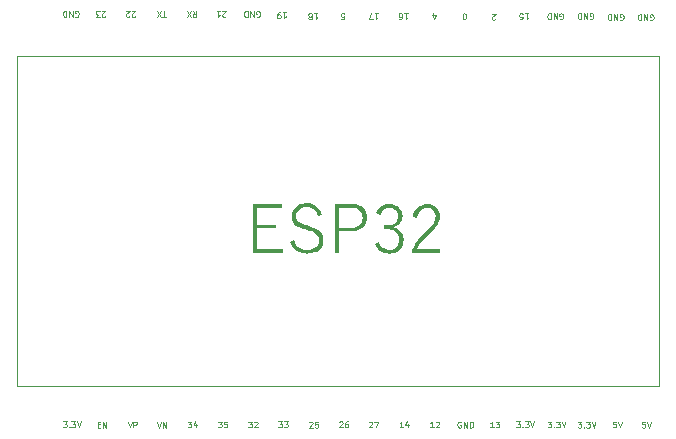
<source format=gbr>
%TF.GenerationSoftware,KiCad,Pcbnew,8.0.2*%
%TF.CreationDate,2024-09-05T16:45:02+09:00*%
%TF.ProjectId,ESP32_PCB,45535033-325f-4504-9342-2e6b69636164,rev?*%
%TF.SameCoordinates,Original*%
%TF.FileFunction,Legend,Top*%
%TF.FilePolarity,Positive*%
%FSLAX46Y46*%
G04 Gerber Fmt 4.6, Leading zero omitted, Abs format (unit mm)*
G04 Created by KiCad (PCBNEW 8.0.2) date 2024-09-05 16:45:02*
%MOMM*%
%LPD*%
G01*
G04 APERTURE LIST*
%ADD10C,0.100000*%
%ADD11C,0.125000*%
%ADD12C,1.000000*%
G04 APERTURE END LIST*
D10*
X65000000Y-65000000D02*
X119400000Y-65000000D01*
X119400000Y-92900000D01*
X65000000Y-92900000D01*
X65000000Y-65000000D01*
D11*
X90176811Y-61347690D02*
X90462525Y-61347690D01*
X90319668Y-61347690D02*
X90319668Y-61847690D01*
X90319668Y-61847690D02*
X90367287Y-61776261D01*
X90367287Y-61776261D02*
X90414906Y-61728642D01*
X90414906Y-61728642D02*
X90462525Y-61704833D01*
X89891097Y-61633404D02*
X89938716Y-61657214D01*
X89938716Y-61657214D02*
X89962526Y-61681023D01*
X89962526Y-61681023D02*
X89986335Y-61728642D01*
X89986335Y-61728642D02*
X89986335Y-61752452D01*
X89986335Y-61752452D02*
X89962526Y-61800071D01*
X89962526Y-61800071D02*
X89938716Y-61823880D01*
X89938716Y-61823880D02*
X89891097Y-61847690D01*
X89891097Y-61847690D02*
X89795859Y-61847690D01*
X89795859Y-61847690D02*
X89748240Y-61823880D01*
X89748240Y-61823880D02*
X89724431Y-61800071D01*
X89724431Y-61800071D02*
X89700621Y-61752452D01*
X89700621Y-61752452D02*
X89700621Y-61728642D01*
X89700621Y-61728642D02*
X89724431Y-61681023D01*
X89724431Y-61681023D02*
X89748240Y-61657214D01*
X89748240Y-61657214D02*
X89795859Y-61633404D01*
X89795859Y-61633404D02*
X89891097Y-61633404D01*
X89891097Y-61633404D02*
X89938716Y-61609595D01*
X89938716Y-61609595D02*
X89962526Y-61585785D01*
X89962526Y-61585785D02*
X89986335Y-61538166D01*
X89986335Y-61538166D02*
X89986335Y-61442928D01*
X89986335Y-61442928D02*
X89962526Y-61395309D01*
X89962526Y-61395309D02*
X89938716Y-61371500D01*
X89938716Y-61371500D02*
X89891097Y-61347690D01*
X89891097Y-61347690D02*
X89795859Y-61347690D01*
X89795859Y-61347690D02*
X89748240Y-61371500D01*
X89748240Y-61371500D02*
X89724431Y-61395309D01*
X89724431Y-61395309D02*
X89700621Y-61442928D01*
X89700621Y-61442928D02*
X89700621Y-61538166D01*
X89700621Y-61538166D02*
X89724431Y-61585785D01*
X89724431Y-61585785D02*
X89748240Y-61609595D01*
X89748240Y-61609595D02*
X89795859Y-61633404D01*
X82692525Y-61610071D02*
X82668716Y-61633880D01*
X82668716Y-61633880D02*
X82621097Y-61657690D01*
X82621097Y-61657690D02*
X82502049Y-61657690D01*
X82502049Y-61657690D02*
X82454430Y-61633880D01*
X82454430Y-61633880D02*
X82430621Y-61610071D01*
X82430621Y-61610071D02*
X82406811Y-61562452D01*
X82406811Y-61562452D02*
X82406811Y-61514833D01*
X82406811Y-61514833D02*
X82430621Y-61443404D01*
X82430621Y-61443404D02*
X82716335Y-61157690D01*
X82716335Y-61157690D02*
X82406811Y-61157690D01*
X81930621Y-61157690D02*
X82216335Y-61157690D01*
X82073478Y-61157690D02*
X82073478Y-61657690D01*
X82073478Y-61657690D02*
X82121097Y-61586261D01*
X82121097Y-61586261D02*
X82168716Y-61538642D01*
X82168716Y-61538642D02*
X82216335Y-61514833D01*
X95296811Y-61347690D02*
X95582525Y-61347690D01*
X95439668Y-61347690D02*
X95439668Y-61847690D01*
X95439668Y-61847690D02*
X95487287Y-61776261D01*
X95487287Y-61776261D02*
X95534906Y-61728642D01*
X95534906Y-61728642D02*
X95582525Y-61704833D01*
X95130145Y-61847690D02*
X94796812Y-61847690D01*
X94796812Y-61847690D02*
X95011097Y-61347690D01*
X107313664Y-95912309D02*
X107623188Y-95912309D01*
X107623188Y-95912309D02*
X107456521Y-96102785D01*
X107456521Y-96102785D02*
X107527950Y-96102785D01*
X107527950Y-96102785D02*
X107575569Y-96126595D01*
X107575569Y-96126595D02*
X107599378Y-96150404D01*
X107599378Y-96150404D02*
X107623188Y-96198023D01*
X107623188Y-96198023D02*
X107623188Y-96317071D01*
X107623188Y-96317071D02*
X107599378Y-96364690D01*
X107599378Y-96364690D02*
X107575569Y-96388500D01*
X107575569Y-96388500D02*
X107527950Y-96412309D01*
X107527950Y-96412309D02*
X107385093Y-96412309D01*
X107385093Y-96412309D02*
X107337474Y-96388500D01*
X107337474Y-96388500D02*
X107313664Y-96364690D01*
X107837473Y-96364690D02*
X107861283Y-96388500D01*
X107861283Y-96388500D02*
X107837473Y-96412309D01*
X107837473Y-96412309D02*
X107813664Y-96388500D01*
X107813664Y-96388500D02*
X107837473Y-96364690D01*
X107837473Y-96364690D02*
X107837473Y-96412309D01*
X108027949Y-95912309D02*
X108337473Y-95912309D01*
X108337473Y-95912309D02*
X108170806Y-96102785D01*
X108170806Y-96102785D02*
X108242235Y-96102785D01*
X108242235Y-96102785D02*
X108289854Y-96126595D01*
X108289854Y-96126595D02*
X108313663Y-96150404D01*
X108313663Y-96150404D02*
X108337473Y-96198023D01*
X108337473Y-96198023D02*
X108337473Y-96317071D01*
X108337473Y-96317071D02*
X108313663Y-96364690D01*
X108313663Y-96364690D02*
X108289854Y-96388500D01*
X108289854Y-96388500D02*
X108242235Y-96412309D01*
X108242235Y-96412309D02*
X108099378Y-96412309D01*
X108099378Y-96412309D02*
X108051759Y-96388500D01*
X108051759Y-96388500D02*
X108027949Y-96364690D01*
X108480330Y-95912309D02*
X108646996Y-96412309D01*
X108646996Y-96412309D02*
X108813663Y-95912309D01*
X89777474Y-95989928D02*
X89801283Y-95966119D01*
X89801283Y-95966119D02*
X89848902Y-95942309D01*
X89848902Y-95942309D02*
X89967950Y-95942309D01*
X89967950Y-95942309D02*
X90015569Y-95966119D01*
X90015569Y-95966119D02*
X90039378Y-95989928D01*
X90039378Y-95989928D02*
X90063188Y-96037547D01*
X90063188Y-96037547D02*
X90063188Y-96085166D01*
X90063188Y-96085166D02*
X90039378Y-96156595D01*
X90039378Y-96156595D02*
X89753664Y-96442309D01*
X89753664Y-96442309D02*
X90063188Y-96442309D01*
X90515568Y-95942309D02*
X90277473Y-95942309D01*
X90277473Y-95942309D02*
X90253664Y-96180404D01*
X90253664Y-96180404D02*
X90277473Y-96156595D01*
X90277473Y-96156595D02*
X90325092Y-96132785D01*
X90325092Y-96132785D02*
X90444140Y-96132785D01*
X90444140Y-96132785D02*
X90491759Y-96156595D01*
X90491759Y-96156595D02*
X90515568Y-96180404D01*
X90515568Y-96180404D02*
X90539378Y-96228023D01*
X90539378Y-96228023D02*
X90539378Y-96347071D01*
X90539378Y-96347071D02*
X90515568Y-96394690D01*
X90515568Y-96394690D02*
X90491759Y-96418500D01*
X90491759Y-96418500D02*
X90444140Y-96442309D01*
X90444140Y-96442309D02*
X90325092Y-96442309D01*
X90325092Y-96442309D02*
X90277473Y-96418500D01*
X90277473Y-96418500D02*
X90253664Y-96394690D01*
X105522525Y-61840071D02*
X105498716Y-61863880D01*
X105498716Y-61863880D02*
X105451097Y-61887690D01*
X105451097Y-61887690D02*
X105332049Y-61887690D01*
X105332049Y-61887690D02*
X105284430Y-61863880D01*
X105284430Y-61863880D02*
X105260621Y-61840071D01*
X105260621Y-61840071D02*
X105236811Y-61792452D01*
X105236811Y-61792452D02*
X105236811Y-61744833D01*
X105236811Y-61744833D02*
X105260621Y-61673404D01*
X105260621Y-61673404D02*
X105546335Y-61387690D01*
X105546335Y-61387690D02*
X105236811Y-61387690D01*
X105393188Y-96422309D02*
X105107474Y-96422309D01*
X105250331Y-96422309D02*
X105250331Y-95922309D01*
X105250331Y-95922309D02*
X105202712Y-95993738D01*
X105202712Y-95993738D02*
X105155093Y-96041357D01*
X105155093Y-96041357D02*
X105107474Y-96065166D01*
X105559854Y-95922309D02*
X105869378Y-95922309D01*
X105869378Y-95922309D02*
X105702711Y-96112785D01*
X105702711Y-96112785D02*
X105774140Y-96112785D01*
X105774140Y-96112785D02*
X105821759Y-96136595D01*
X105821759Y-96136595D02*
X105845568Y-96160404D01*
X105845568Y-96160404D02*
X105869378Y-96208023D01*
X105869378Y-96208023D02*
X105869378Y-96327071D01*
X105869378Y-96327071D02*
X105845568Y-96374690D01*
X105845568Y-96374690D02*
X105821759Y-96398500D01*
X105821759Y-96398500D02*
X105774140Y-96422309D01*
X105774140Y-96422309D02*
X105631283Y-96422309D01*
X105631283Y-96422309D02*
X105583664Y-96398500D01*
X105583664Y-96398500D02*
X105559854Y-96374690D01*
X97723188Y-96422309D02*
X97437474Y-96422309D01*
X97580331Y-96422309D02*
X97580331Y-95922309D01*
X97580331Y-95922309D02*
X97532712Y-95993738D01*
X97532712Y-95993738D02*
X97485093Y-96041357D01*
X97485093Y-96041357D02*
X97437474Y-96065166D01*
X98151759Y-96088976D02*
X98151759Y-96422309D01*
X98032711Y-95898500D02*
X97913664Y-96255642D01*
X97913664Y-96255642D02*
X98223187Y-96255642D01*
X102603188Y-95956119D02*
X102555569Y-95932309D01*
X102555569Y-95932309D02*
X102484140Y-95932309D01*
X102484140Y-95932309D02*
X102412712Y-95956119D01*
X102412712Y-95956119D02*
X102365093Y-96003738D01*
X102365093Y-96003738D02*
X102341283Y-96051357D01*
X102341283Y-96051357D02*
X102317474Y-96146595D01*
X102317474Y-96146595D02*
X102317474Y-96218023D01*
X102317474Y-96218023D02*
X102341283Y-96313261D01*
X102341283Y-96313261D02*
X102365093Y-96360880D01*
X102365093Y-96360880D02*
X102412712Y-96408500D01*
X102412712Y-96408500D02*
X102484140Y-96432309D01*
X102484140Y-96432309D02*
X102531759Y-96432309D01*
X102531759Y-96432309D02*
X102603188Y-96408500D01*
X102603188Y-96408500D02*
X102626997Y-96384690D01*
X102626997Y-96384690D02*
X102626997Y-96218023D01*
X102626997Y-96218023D02*
X102531759Y-96218023D01*
X102841283Y-96432309D02*
X102841283Y-95932309D01*
X102841283Y-95932309D02*
X103126997Y-96432309D01*
X103126997Y-96432309D02*
X103126997Y-95932309D01*
X103365093Y-96432309D02*
X103365093Y-95932309D01*
X103365093Y-95932309D02*
X103484141Y-95932309D01*
X103484141Y-95932309D02*
X103555569Y-95956119D01*
X103555569Y-95956119D02*
X103603188Y-96003738D01*
X103603188Y-96003738D02*
X103626998Y-96051357D01*
X103626998Y-96051357D02*
X103650807Y-96146595D01*
X103650807Y-96146595D02*
X103650807Y-96218023D01*
X103650807Y-96218023D02*
X103626998Y-96313261D01*
X103626998Y-96313261D02*
X103603188Y-96360880D01*
X103603188Y-96360880D02*
X103555569Y-96408500D01*
X103555569Y-96408500D02*
X103484141Y-96432309D01*
X103484141Y-96432309D02*
X103365093Y-96432309D01*
X68923664Y-95912309D02*
X69233188Y-95912309D01*
X69233188Y-95912309D02*
X69066521Y-96102785D01*
X69066521Y-96102785D02*
X69137950Y-96102785D01*
X69137950Y-96102785D02*
X69185569Y-96126595D01*
X69185569Y-96126595D02*
X69209378Y-96150404D01*
X69209378Y-96150404D02*
X69233188Y-96198023D01*
X69233188Y-96198023D02*
X69233188Y-96317071D01*
X69233188Y-96317071D02*
X69209378Y-96364690D01*
X69209378Y-96364690D02*
X69185569Y-96388500D01*
X69185569Y-96388500D02*
X69137950Y-96412309D01*
X69137950Y-96412309D02*
X68995093Y-96412309D01*
X68995093Y-96412309D02*
X68947474Y-96388500D01*
X68947474Y-96388500D02*
X68923664Y-96364690D01*
X69447473Y-96364690D02*
X69471283Y-96388500D01*
X69471283Y-96388500D02*
X69447473Y-96412309D01*
X69447473Y-96412309D02*
X69423664Y-96388500D01*
X69423664Y-96388500D02*
X69447473Y-96364690D01*
X69447473Y-96364690D02*
X69447473Y-96412309D01*
X69637949Y-95912309D02*
X69947473Y-95912309D01*
X69947473Y-95912309D02*
X69780806Y-96102785D01*
X69780806Y-96102785D02*
X69852235Y-96102785D01*
X69852235Y-96102785D02*
X69899854Y-96126595D01*
X69899854Y-96126595D02*
X69923663Y-96150404D01*
X69923663Y-96150404D02*
X69947473Y-96198023D01*
X69947473Y-96198023D02*
X69947473Y-96317071D01*
X69947473Y-96317071D02*
X69923663Y-96364690D01*
X69923663Y-96364690D02*
X69899854Y-96388500D01*
X69899854Y-96388500D02*
X69852235Y-96412309D01*
X69852235Y-96412309D02*
X69709378Y-96412309D01*
X69709378Y-96412309D02*
X69661759Y-96388500D01*
X69661759Y-96388500D02*
X69637949Y-96364690D01*
X70090330Y-95912309D02*
X70256996Y-96412309D01*
X70256996Y-96412309D02*
X70423663Y-95912309D01*
X118636811Y-61913880D02*
X118684430Y-61937690D01*
X118684430Y-61937690D02*
X118755859Y-61937690D01*
X118755859Y-61937690D02*
X118827287Y-61913880D01*
X118827287Y-61913880D02*
X118874906Y-61866261D01*
X118874906Y-61866261D02*
X118898716Y-61818642D01*
X118898716Y-61818642D02*
X118922525Y-61723404D01*
X118922525Y-61723404D02*
X118922525Y-61651976D01*
X118922525Y-61651976D02*
X118898716Y-61556738D01*
X118898716Y-61556738D02*
X118874906Y-61509119D01*
X118874906Y-61509119D02*
X118827287Y-61461500D01*
X118827287Y-61461500D02*
X118755859Y-61437690D01*
X118755859Y-61437690D02*
X118708240Y-61437690D01*
X118708240Y-61437690D02*
X118636811Y-61461500D01*
X118636811Y-61461500D02*
X118613002Y-61485309D01*
X118613002Y-61485309D02*
X118613002Y-61651976D01*
X118613002Y-61651976D02*
X118708240Y-61651976D01*
X118398716Y-61437690D02*
X118398716Y-61937690D01*
X118398716Y-61937690D02*
X118113002Y-61437690D01*
X118113002Y-61437690D02*
X118113002Y-61937690D01*
X117874906Y-61437690D02*
X117874906Y-61937690D01*
X117874906Y-61937690D02*
X117755858Y-61937690D01*
X117755858Y-61937690D02*
X117684430Y-61913880D01*
X117684430Y-61913880D02*
X117636811Y-61866261D01*
X117636811Y-61866261D02*
X117613001Y-61818642D01*
X117613001Y-61818642D02*
X117589192Y-61723404D01*
X117589192Y-61723404D02*
X117589192Y-61651976D01*
X117589192Y-61651976D02*
X117613001Y-61556738D01*
X117613001Y-61556738D02*
X117636811Y-61509119D01*
X117636811Y-61509119D02*
X117684430Y-61461500D01*
X117684430Y-61461500D02*
X117755858Y-61437690D01*
X117755858Y-61437690D02*
X117874906Y-61437690D01*
X110976811Y-61833880D02*
X111024430Y-61857690D01*
X111024430Y-61857690D02*
X111095859Y-61857690D01*
X111095859Y-61857690D02*
X111167287Y-61833880D01*
X111167287Y-61833880D02*
X111214906Y-61786261D01*
X111214906Y-61786261D02*
X111238716Y-61738642D01*
X111238716Y-61738642D02*
X111262525Y-61643404D01*
X111262525Y-61643404D02*
X111262525Y-61571976D01*
X111262525Y-61571976D02*
X111238716Y-61476738D01*
X111238716Y-61476738D02*
X111214906Y-61429119D01*
X111214906Y-61429119D02*
X111167287Y-61381500D01*
X111167287Y-61381500D02*
X111095859Y-61357690D01*
X111095859Y-61357690D02*
X111048240Y-61357690D01*
X111048240Y-61357690D02*
X110976811Y-61381500D01*
X110976811Y-61381500D02*
X110953002Y-61405309D01*
X110953002Y-61405309D02*
X110953002Y-61571976D01*
X110953002Y-61571976D02*
X111048240Y-61571976D01*
X110738716Y-61357690D02*
X110738716Y-61857690D01*
X110738716Y-61857690D02*
X110453002Y-61357690D01*
X110453002Y-61357690D02*
X110453002Y-61857690D01*
X110214906Y-61357690D02*
X110214906Y-61857690D01*
X110214906Y-61857690D02*
X110095858Y-61857690D01*
X110095858Y-61857690D02*
X110024430Y-61833880D01*
X110024430Y-61833880D02*
X109976811Y-61786261D01*
X109976811Y-61786261D02*
X109953001Y-61738642D01*
X109953001Y-61738642D02*
X109929192Y-61643404D01*
X109929192Y-61643404D02*
X109929192Y-61571976D01*
X109929192Y-61571976D02*
X109953001Y-61476738D01*
X109953001Y-61476738D02*
X109976811Y-61429119D01*
X109976811Y-61429119D02*
X110024430Y-61381500D01*
X110024430Y-61381500D02*
X110095858Y-61357690D01*
X110095858Y-61357690D02*
X110214906Y-61357690D01*
X100254430Y-61691023D02*
X100254430Y-61357690D01*
X100373478Y-61881500D02*
X100492525Y-61524357D01*
X100492525Y-61524357D02*
X100183002Y-61524357D01*
X115709378Y-95922309D02*
X115471283Y-95922309D01*
X115471283Y-95922309D02*
X115447474Y-96160404D01*
X115447474Y-96160404D02*
X115471283Y-96136595D01*
X115471283Y-96136595D02*
X115518902Y-96112785D01*
X115518902Y-96112785D02*
X115637950Y-96112785D01*
X115637950Y-96112785D02*
X115685569Y-96136595D01*
X115685569Y-96136595D02*
X115709378Y-96160404D01*
X115709378Y-96160404D02*
X115733188Y-96208023D01*
X115733188Y-96208023D02*
X115733188Y-96327071D01*
X115733188Y-96327071D02*
X115709378Y-96374690D01*
X115709378Y-96374690D02*
X115685569Y-96398500D01*
X115685569Y-96398500D02*
X115637950Y-96422309D01*
X115637950Y-96422309D02*
X115518902Y-96422309D01*
X115518902Y-96422309D02*
X115471283Y-96398500D01*
X115471283Y-96398500D02*
X115447474Y-96374690D01*
X115876045Y-95922309D02*
X116042711Y-96422309D01*
X116042711Y-96422309D02*
X116209378Y-95922309D01*
X102913478Y-61857690D02*
X102865859Y-61857690D01*
X102865859Y-61857690D02*
X102818240Y-61833880D01*
X102818240Y-61833880D02*
X102794430Y-61810071D01*
X102794430Y-61810071D02*
X102770621Y-61762452D01*
X102770621Y-61762452D02*
X102746811Y-61667214D01*
X102746811Y-61667214D02*
X102746811Y-61548166D01*
X102746811Y-61548166D02*
X102770621Y-61452928D01*
X102770621Y-61452928D02*
X102794430Y-61405309D01*
X102794430Y-61405309D02*
X102818240Y-61381500D01*
X102818240Y-61381500D02*
X102865859Y-61357690D01*
X102865859Y-61357690D02*
X102913478Y-61357690D01*
X102913478Y-61357690D02*
X102961097Y-61381500D01*
X102961097Y-61381500D02*
X102984906Y-61405309D01*
X102984906Y-61405309D02*
X103008716Y-61452928D01*
X103008716Y-61452928D02*
X103032525Y-61548166D01*
X103032525Y-61548166D02*
X103032525Y-61667214D01*
X103032525Y-61667214D02*
X103008716Y-61762452D01*
X103008716Y-61762452D02*
X102984906Y-61810071D01*
X102984906Y-61810071D02*
X102961097Y-61833880D01*
X102961097Y-61833880D02*
X102913478Y-61857690D01*
X100293188Y-96422309D02*
X100007474Y-96422309D01*
X100150331Y-96422309D02*
X100150331Y-95922309D01*
X100150331Y-95922309D02*
X100102712Y-95993738D01*
X100102712Y-95993738D02*
X100055093Y-96041357D01*
X100055093Y-96041357D02*
X100007474Y-96065166D01*
X100483664Y-95969928D02*
X100507473Y-95946119D01*
X100507473Y-95946119D02*
X100555092Y-95922309D01*
X100555092Y-95922309D02*
X100674140Y-95922309D01*
X100674140Y-95922309D02*
X100721759Y-95946119D01*
X100721759Y-95946119D02*
X100745568Y-95969928D01*
X100745568Y-95969928D02*
X100769378Y-96017547D01*
X100769378Y-96017547D02*
X100769378Y-96065166D01*
X100769378Y-96065166D02*
X100745568Y-96136595D01*
X100745568Y-96136595D02*
X100459854Y-96422309D01*
X100459854Y-96422309D02*
X100769378Y-96422309D01*
X71851283Y-96170404D02*
X72017950Y-96170404D01*
X72089378Y-96432309D02*
X71851283Y-96432309D01*
X71851283Y-96432309D02*
X71851283Y-95932309D01*
X71851283Y-95932309D02*
X72089378Y-95932309D01*
X72303664Y-96432309D02*
X72303664Y-95932309D01*
X72303664Y-95932309D02*
X72589378Y-96432309D01*
X72589378Y-96432309D02*
X72589378Y-95932309D01*
X87153664Y-95912309D02*
X87463188Y-95912309D01*
X87463188Y-95912309D02*
X87296521Y-96102785D01*
X87296521Y-96102785D02*
X87367950Y-96102785D01*
X87367950Y-96102785D02*
X87415569Y-96126595D01*
X87415569Y-96126595D02*
X87439378Y-96150404D01*
X87439378Y-96150404D02*
X87463188Y-96198023D01*
X87463188Y-96198023D02*
X87463188Y-96317071D01*
X87463188Y-96317071D02*
X87439378Y-96364690D01*
X87439378Y-96364690D02*
X87415569Y-96388500D01*
X87415569Y-96388500D02*
X87367950Y-96412309D01*
X87367950Y-96412309D02*
X87225093Y-96412309D01*
X87225093Y-96412309D02*
X87177474Y-96388500D01*
X87177474Y-96388500D02*
X87153664Y-96364690D01*
X87629854Y-95912309D02*
X87939378Y-95912309D01*
X87939378Y-95912309D02*
X87772711Y-96102785D01*
X87772711Y-96102785D02*
X87844140Y-96102785D01*
X87844140Y-96102785D02*
X87891759Y-96126595D01*
X87891759Y-96126595D02*
X87915568Y-96150404D01*
X87915568Y-96150404D02*
X87939378Y-96198023D01*
X87939378Y-96198023D02*
X87939378Y-96317071D01*
X87939378Y-96317071D02*
X87915568Y-96364690D01*
X87915568Y-96364690D02*
X87891759Y-96388500D01*
X87891759Y-96388500D02*
X87844140Y-96412309D01*
X87844140Y-96412309D02*
X87701283Y-96412309D01*
X87701283Y-96412309D02*
X87653664Y-96388500D01*
X87653664Y-96388500D02*
X87629854Y-96364690D01*
X87526811Y-61267690D02*
X87812525Y-61267690D01*
X87669668Y-61267690D02*
X87669668Y-61767690D01*
X87669668Y-61767690D02*
X87717287Y-61696261D01*
X87717287Y-61696261D02*
X87764906Y-61648642D01*
X87764906Y-61648642D02*
X87812525Y-61624833D01*
X87288716Y-61267690D02*
X87193478Y-61267690D01*
X87193478Y-61267690D02*
X87145859Y-61291500D01*
X87145859Y-61291500D02*
X87122050Y-61315309D01*
X87122050Y-61315309D02*
X87074431Y-61386738D01*
X87074431Y-61386738D02*
X87050621Y-61481976D01*
X87050621Y-61481976D02*
X87050621Y-61672452D01*
X87050621Y-61672452D02*
X87074431Y-61720071D01*
X87074431Y-61720071D02*
X87098240Y-61743880D01*
X87098240Y-61743880D02*
X87145859Y-61767690D01*
X87145859Y-61767690D02*
X87241097Y-61767690D01*
X87241097Y-61767690D02*
X87288716Y-61743880D01*
X87288716Y-61743880D02*
X87312526Y-61720071D01*
X87312526Y-61720071D02*
X87336335Y-61672452D01*
X87336335Y-61672452D02*
X87336335Y-61553404D01*
X87336335Y-61553404D02*
X87312526Y-61505785D01*
X87312526Y-61505785D02*
X87288716Y-61481976D01*
X87288716Y-61481976D02*
X87241097Y-61458166D01*
X87241097Y-61458166D02*
X87145859Y-61458166D01*
X87145859Y-61458166D02*
X87098240Y-61481976D01*
X87098240Y-61481976D02*
X87074431Y-61505785D01*
X87074431Y-61505785D02*
X87050621Y-61553404D01*
X109963664Y-95922309D02*
X110273188Y-95922309D01*
X110273188Y-95922309D02*
X110106521Y-96112785D01*
X110106521Y-96112785D02*
X110177950Y-96112785D01*
X110177950Y-96112785D02*
X110225569Y-96136595D01*
X110225569Y-96136595D02*
X110249378Y-96160404D01*
X110249378Y-96160404D02*
X110273188Y-96208023D01*
X110273188Y-96208023D02*
X110273188Y-96327071D01*
X110273188Y-96327071D02*
X110249378Y-96374690D01*
X110249378Y-96374690D02*
X110225569Y-96398500D01*
X110225569Y-96398500D02*
X110177950Y-96422309D01*
X110177950Y-96422309D02*
X110035093Y-96422309D01*
X110035093Y-96422309D02*
X109987474Y-96398500D01*
X109987474Y-96398500D02*
X109963664Y-96374690D01*
X110487473Y-96374690D02*
X110511283Y-96398500D01*
X110511283Y-96398500D02*
X110487473Y-96422309D01*
X110487473Y-96422309D02*
X110463664Y-96398500D01*
X110463664Y-96398500D02*
X110487473Y-96374690D01*
X110487473Y-96374690D02*
X110487473Y-96422309D01*
X110677949Y-95922309D02*
X110987473Y-95922309D01*
X110987473Y-95922309D02*
X110820806Y-96112785D01*
X110820806Y-96112785D02*
X110892235Y-96112785D01*
X110892235Y-96112785D02*
X110939854Y-96136595D01*
X110939854Y-96136595D02*
X110963663Y-96160404D01*
X110963663Y-96160404D02*
X110987473Y-96208023D01*
X110987473Y-96208023D02*
X110987473Y-96327071D01*
X110987473Y-96327071D02*
X110963663Y-96374690D01*
X110963663Y-96374690D02*
X110939854Y-96398500D01*
X110939854Y-96398500D02*
X110892235Y-96422309D01*
X110892235Y-96422309D02*
X110749378Y-96422309D01*
X110749378Y-96422309D02*
X110701759Y-96398500D01*
X110701759Y-96398500D02*
X110677949Y-96374690D01*
X111130330Y-95922309D02*
X111296996Y-96422309D01*
X111296996Y-96422309D02*
X111463663Y-95922309D01*
X92317474Y-95959928D02*
X92341283Y-95936119D01*
X92341283Y-95936119D02*
X92388902Y-95912309D01*
X92388902Y-95912309D02*
X92507950Y-95912309D01*
X92507950Y-95912309D02*
X92555569Y-95936119D01*
X92555569Y-95936119D02*
X92579378Y-95959928D01*
X92579378Y-95959928D02*
X92603188Y-96007547D01*
X92603188Y-96007547D02*
X92603188Y-96055166D01*
X92603188Y-96055166D02*
X92579378Y-96126595D01*
X92579378Y-96126595D02*
X92293664Y-96412309D01*
X92293664Y-96412309D02*
X92603188Y-96412309D01*
X93031759Y-95912309D02*
X92936521Y-95912309D01*
X92936521Y-95912309D02*
X92888902Y-95936119D01*
X92888902Y-95936119D02*
X92865092Y-95959928D01*
X92865092Y-95959928D02*
X92817473Y-96031357D01*
X92817473Y-96031357D02*
X92793664Y-96126595D01*
X92793664Y-96126595D02*
X92793664Y-96317071D01*
X92793664Y-96317071D02*
X92817473Y-96364690D01*
X92817473Y-96364690D02*
X92841283Y-96388500D01*
X92841283Y-96388500D02*
X92888902Y-96412309D01*
X92888902Y-96412309D02*
X92984140Y-96412309D01*
X92984140Y-96412309D02*
X93031759Y-96388500D01*
X93031759Y-96388500D02*
X93055568Y-96364690D01*
X93055568Y-96364690D02*
X93079378Y-96317071D01*
X93079378Y-96317071D02*
X93079378Y-96198023D01*
X93079378Y-96198023D02*
X93055568Y-96150404D01*
X93055568Y-96150404D02*
X93031759Y-96126595D01*
X93031759Y-96126595D02*
X92984140Y-96102785D01*
X92984140Y-96102785D02*
X92888902Y-96102785D01*
X92888902Y-96102785D02*
X92841283Y-96126595D01*
X92841283Y-96126595D02*
X92817473Y-96150404D01*
X92817473Y-96150404D02*
X92793664Y-96198023D01*
X92490621Y-61847690D02*
X92728716Y-61847690D01*
X92728716Y-61847690D02*
X92752525Y-61609595D01*
X92752525Y-61609595D02*
X92728716Y-61633404D01*
X92728716Y-61633404D02*
X92681097Y-61657214D01*
X92681097Y-61657214D02*
X92562049Y-61657214D01*
X92562049Y-61657214D02*
X92514430Y-61633404D01*
X92514430Y-61633404D02*
X92490621Y-61609595D01*
X92490621Y-61609595D02*
X92466811Y-61561976D01*
X92466811Y-61561976D02*
X92466811Y-61442928D01*
X92466811Y-61442928D02*
X92490621Y-61395309D01*
X92490621Y-61395309D02*
X92514430Y-61371500D01*
X92514430Y-61371500D02*
X92562049Y-61347690D01*
X92562049Y-61347690D02*
X92681097Y-61347690D01*
X92681097Y-61347690D02*
X92728716Y-61371500D01*
X92728716Y-61371500D02*
X92752525Y-61395309D01*
X69966811Y-61633880D02*
X70014430Y-61657690D01*
X70014430Y-61657690D02*
X70085859Y-61657690D01*
X70085859Y-61657690D02*
X70157287Y-61633880D01*
X70157287Y-61633880D02*
X70204906Y-61586261D01*
X70204906Y-61586261D02*
X70228716Y-61538642D01*
X70228716Y-61538642D02*
X70252525Y-61443404D01*
X70252525Y-61443404D02*
X70252525Y-61371976D01*
X70252525Y-61371976D02*
X70228716Y-61276738D01*
X70228716Y-61276738D02*
X70204906Y-61229119D01*
X70204906Y-61229119D02*
X70157287Y-61181500D01*
X70157287Y-61181500D02*
X70085859Y-61157690D01*
X70085859Y-61157690D02*
X70038240Y-61157690D01*
X70038240Y-61157690D02*
X69966811Y-61181500D01*
X69966811Y-61181500D02*
X69943002Y-61205309D01*
X69943002Y-61205309D02*
X69943002Y-61371976D01*
X69943002Y-61371976D02*
X70038240Y-61371976D01*
X69728716Y-61157690D02*
X69728716Y-61657690D01*
X69728716Y-61657690D02*
X69443002Y-61157690D01*
X69443002Y-61157690D02*
X69443002Y-61657690D01*
X69204906Y-61157690D02*
X69204906Y-61657690D01*
X69204906Y-61657690D02*
X69085858Y-61657690D01*
X69085858Y-61657690D02*
X69014430Y-61633880D01*
X69014430Y-61633880D02*
X68966811Y-61586261D01*
X68966811Y-61586261D02*
X68943001Y-61538642D01*
X68943001Y-61538642D02*
X68919192Y-61443404D01*
X68919192Y-61443404D02*
X68919192Y-61371976D01*
X68919192Y-61371976D02*
X68943001Y-61276738D01*
X68943001Y-61276738D02*
X68966811Y-61229119D01*
X68966811Y-61229119D02*
X69014430Y-61181500D01*
X69014430Y-61181500D02*
X69085858Y-61157690D01*
X69085858Y-61157690D02*
X69204906Y-61157690D01*
X75012525Y-61610071D02*
X74988716Y-61633880D01*
X74988716Y-61633880D02*
X74941097Y-61657690D01*
X74941097Y-61657690D02*
X74822049Y-61657690D01*
X74822049Y-61657690D02*
X74774430Y-61633880D01*
X74774430Y-61633880D02*
X74750621Y-61610071D01*
X74750621Y-61610071D02*
X74726811Y-61562452D01*
X74726811Y-61562452D02*
X74726811Y-61514833D01*
X74726811Y-61514833D02*
X74750621Y-61443404D01*
X74750621Y-61443404D02*
X75036335Y-61157690D01*
X75036335Y-61157690D02*
X74726811Y-61157690D01*
X74536335Y-61610071D02*
X74512526Y-61633880D01*
X74512526Y-61633880D02*
X74464907Y-61657690D01*
X74464907Y-61657690D02*
X74345859Y-61657690D01*
X74345859Y-61657690D02*
X74298240Y-61633880D01*
X74298240Y-61633880D02*
X74274431Y-61610071D01*
X74274431Y-61610071D02*
X74250621Y-61562452D01*
X74250621Y-61562452D02*
X74250621Y-61514833D01*
X74250621Y-61514833D02*
X74274431Y-61443404D01*
X74274431Y-61443404D02*
X74560145Y-61157690D01*
X74560145Y-61157690D02*
X74250621Y-61157690D01*
X118199378Y-95932309D02*
X117961283Y-95932309D01*
X117961283Y-95932309D02*
X117937474Y-96170404D01*
X117937474Y-96170404D02*
X117961283Y-96146595D01*
X117961283Y-96146595D02*
X118008902Y-96122785D01*
X118008902Y-96122785D02*
X118127950Y-96122785D01*
X118127950Y-96122785D02*
X118175569Y-96146595D01*
X118175569Y-96146595D02*
X118199378Y-96170404D01*
X118199378Y-96170404D02*
X118223188Y-96218023D01*
X118223188Y-96218023D02*
X118223188Y-96337071D01*
X118223188Y-96337071D02*
X118199378Y-96384690D01*
X118199378Y-96384690D02*
X118175569Y-96408500D01*
X118175569Y-96408500D02*
X118127950Y-96432309D01*
X118127950Y-96432309D02*
X118008902Y-96432309D01*
X118008902Y-96432309D02*
X117961283Y-96408500D01*
X117961283Y-96408500D02*
X117937474Y-96384690D01*
X118366045Y-95932309D02*
X118532711Y-96432309D01*
X118532711Y-96432309D02*
X118699378Y-95932309D01*
X116096811Y-61893880D02*
X116144430Y-61917690D01*
X116144430Y-61917690D02*
X116215859Y-61917690D01*
X116215859Y-61917690D02*
X116287287Y-61893880D01*
X116287287Y-61893880D02*
X116334906Y-61846261D01*
X116334906Y-61846261D02*
X116358716Y-61798642D01*
X116358716Y-61798642D02*
X116382525Y-61703404D01*
X116382525Y-61703404D02*
X116382525Y-61631976D01*
X116382525Y-61631976D02*
X116358716Y-61536738D01*
X116358716Y-61536738D02*
X116334906Y-61489119D01*
X116334906Y-61489119D02*
X116287287Y-61441500D01*
X116287287Y-61441500D02*
X116215859Y-61417690D01*
X116215859Y-61417690D02*
X116168240Y-61417690D01*
X116168240Y-61417690D02*
X116096811Y-61441500D01*
X116096811Y-61441500D02*
X116073002Y-61465309D01*
X116073002Y-61465309D02*
X116073002Y-61631976D01*
X116073002Y-61631976D02*
X116168240Y-61631976D01*
X115858716Y-61417690D02*
X115858716Y-61917690D01*
X115858716Y-61917690D02*
X115573002Y-61417690D01*
X115573002Y-61417690D02*
X115573002Y-61917690D01*
X115334906Y-61417690D02*
X115334906Y-61917690D01*
X115334906Y-61917690D02*
X115215858Y-61917690D01*
X115215858Y-61917690D02*
X115144430Y-61893880D01*
X115144430Y-61893880D02*
X115096811Y-61846261D01*
X115096811Y-61846261D02*
X115073001Y-61798642D01*
X115073001Y-61798642D02*
X115049192Y-61703404D01*
X115049192Y-61703404D02*
X115049192Y-61631976D01*
X115049192Y-61631976D02*
X115073001Y-61536738D01*
X115073001Y-61536738D02*
X115096811Y-61489119D01*
X115096811Y-61489119D02*
X115144430Y-61441500D01*
X115144430Y-61441500D02*
X115215858Y-61417690D01*
X115215858Y-61417690D02*
X115334906Y-61417690D01*
X113546811Y-61823880D02*
X113594430Y-61847690D01*
X113594430Y-61847690D02*
X113665859Y-61847690D01*
X113665859Y-61847690D02*
X113737287Y-61823880D01*
X113737287Y-61823880D02*
X113784906Y-61776261D01*
X113784906Y-61776261D02*
X113808716Y-61728642D01*
X113808716Y-61728642D02*
X113832525Y-61633404D01*
X113832525Y-61633404D02*
X113832525Y-61561976D01*
X113832525Y-61561976D02*
X113808716Y-61466738D01*
X113808716Y-61466738D02*
X113784906Y-61419119D01*
X113784906Y-61419119D02*
X113737287Y-61371500D01*
X113737287Y-61371500D02*
X113665859Y-61347690D01*
X113665859Y-61347690D02*
X113618240Y-61347690D01*
X113618240Y-61347690D02*
X113546811Y-61371500D01*
X113546811Y-61371500D02*
X113523002Y-61395309D01*
X113523002Y-61395309D02*
X113523002Y-61561976D01*
X113523002Y-61561976D02*
X113618240Y-61561976D01*
X113308716Y-61347690D02*
X113308716Y-61847690D01*
X113308716Y-61847690D02*
X113023002Y-61347690D01*
X113023002Y-61347690D02*
X113023002Y-61847690D01*
X112784906Y-61347690D02*
X112784906Y-61847690D01*
X112784906Y-61847690D02*
X112665858Y-61847690D01*
X112665858Y-61847690D02*
X112594430Y-61823880D01*
X112594430Y-61823880D02*
X112546811Y-61776261D01*
X112546811Y-61776261D02*
X112523001Y-61728642D01*
X112523001Y-61728642D02*
X112499192Y-61633404D01*
X112499192Y-61633404D02*
X112499192Y-61561976D01*
X112499192Y-61561976D02*
X112523001Y-61466738D01*
X112523001Y-61466738D02*
X112546811Y-61419119D01*
X112546811Y-61419119D02*
X112594430Y-61371500D01*
X112594430Y-61371500D02*
X112665858Y-61347690D01*
X112665858Y-61347690D02*
X112784906Y-61347690D01*
X84613664Y-95922309D02*
X84923188Y-95922309D01*
X84923188Y-95922309D02*
X84756521Y-96112785D01*
X84756521Y-96112785D02*
X84827950Y-96112785D01*
X84827950Y-96112785D02*
X84875569Y-96136595D01*
X84875569Y-96136595D02*
X84899378Y-96160404D01*
X84899378Y-96160404D02*
X84923188Y-96208023D01*
X84923188Y-96208023D02*
X84923188Y-96327071D01*
X84923188Y-96327071D02*
X84899378Y-96374690D01*
X84899378Y-96374690D02*
X84875569Y-96398500D01*
X84875569Y-96398500D02*
X84827950Y-96422309D01*
X84827950Y-96422309D02*
X84685093Y-96422309D01*
X84685093Y-96422309D02*
X84637474Y-96398500D01*
X84637474Y-96398500D02*
X84613664Y-96374690D01*
X85113664Y-95969928D02*
X85137473Y-95946119D01*
X85137473Y-95946119D02*
X85185092Y-95922309D01*
X85185092Y-95922309D02*
X85304140Y-95922309D01*
X85304140Y-95922309D02*
X85351759Y-95946119D01*
X85351759Y-95946119D02*
X85375568Y-95969928D01*
X85375568Y-95969928D02*
X85399378Y-96017547D01*
X85399378Y-96017547D02*
X85399378Y-96065166D01*
X85399378Y-96065166D02*
X85375568Y-96136595D01*
X85375568Y-96136595D02*
X85089854Y-96422309D01*
X85089854Y-96422309D02*
X85399378Y-96422309D01*
X79903002Y-61157690D02*
X80069668Y-61395785D01*
X80188716Y-61157690D02*
X80188716Y-61657690D01*
X80188716Y-61657690D02*
X79998240Y-61657690D01*
X79998240Y-61657690D02*
X79950621Y-61633880D01*
X79950621Y-61633880D02*
X79926811Y-61610071D01*
X79926811Y-61610071D02*
X79903002Y-61562452D01*
X79903002Y-61562452D02*
X79903002Y-61491023D01*
X79903002Y-61491023D02*
X79926811Y-61443404D01*
X79926811Y-61443404D02*
X79950621Y-61419595D01*
X79950621Y-61419595D02*
X79998240Y-61395785D01*
X79998240Y-61395785D02*
X80188716Y-61395785D01*
X79736335Y-61657690D02*
X79403002Y-61157690D01*
X79403002Y-61657690D02*
X79736335Y-61157690D01*
X74389855Y-95922309D02*
X74556521Y-96422309D01*
X74556521Y-96422309D02*
X74723188Y-95922309D01*
X74889854Y-96422309D02*
X74889854Y-95922309D01*
X74889854Y-95922309D02*
X75080330Y-95922309D01*
X75080330Y-95922309D02*
X75127949Y-95946119D01*
X75127949Y-95946119D02*
X75151759Y-95969928D01*
X75151759Y-95969928D02*
X75175568Y-96017547D01*
X75175568Y-96017547D02*
X75175568Y-96088976D01*
X75175568Y-96088976D02*
X75151759Y-96136595D01*
X75151759Y-96136595D02*
X75127949Y-96160404D01*
X75127949Y-96160404D02*
X75080330Y-96184214D01*
X75080330Y-96184214D02*
X74889854Y-96184214D01*
X97816811Y-61347690D02*
X98102525Y-61347690D01*
X97959668Y-61347690D02*
X97959668Y-61847690D01*
X97959668Y-61847690D02*
X98007287Y-61776261D01*
X98007287Y-61776261D02*
X98054906Y-61728642D01*
X98054906Y-61728642D02*
X98102525Y-61704833D01*
X97388240Y-61847690D02*
X97483478Y-61847690D01*
X97483478Y-61847690D02*
X97531097Y-61823880D01*
X97531097Y-61823880D02*
X97554907Y-61800071D01*
X97554907Y-61800071D02*
X97602526Y-61728642D01*
X97602526Y-61728642D02*
X97626335Y-61633404D01*
X97626335Y-61633404D02*
X97626335Y-61442928D01*
X97626335Y-61442928D02*
X97602526Y-61395309D01*
X97602526Y-61395309D02*
X97578716Y-61371500D01*
X97578716Y-61371500D02*
X97531097Y-61347690D01*
X97531097Y-61347690D02*
X97435859Y-61347690D01*
X97435859Y-61347690D02*
X97388240Y-61371500D01*
X97388240Y-61371500D02*
X97364431Y-61395309D01*
X97364431Y-61395309D02*
X97340621Y-61442928D01*
X97340621Y-61442928D02*
X97340621Y-61561976D01*
X97340621Y-61561976D02*
X97364431Y-61609595D01*
X97364431Y-61609595D02*
X97388240Y-61633404D01*
X97388240Y-61633404D02*
X97435859Y-61657214D01*
X97435859Y-61657214D02*
X97531097Y-61657214D01*
X97531097Y-61657214D02*
X97578716Y-61633404D01*
X97578716Y-61633404D02*
X97602526Y-61609595D01*
X97602526Y-61609595D02*
X97626335Y-61561976D01*
X76879855Y-95952309D02*
X77046521Y-96452309D01*
X77046521Y-96452309D02*
X77213188Y-95952309D01*
X77379854Y-96452309D02*
X77379854Y-95952309D01*
X77379854Y-95952309D02*
X77665568Y-96452309D01*
X77665568Y-96452309D02*
X77665568Y-95952309D01*
X77610144Y-61677690D02*
X77324430Y-61677690D01*
X77467287Y-61177690D02*
X77467287Y-61677690D01*
X77205383Y-61677690D02*
X76872050Y-61177690D01*
X76872050Y-61677690D02*
X77205383Y-61177690D01*
X72482525Y-61610071D02*
X72458716Y-61633880D01*
X72458716Y-61633880D02*
X72411097Y-61657690D01*
X72411097Y-61657690D02*
X72292049Y-61657690D01*
X72292049Y-61657690D02*
X72244430Y-61633880D01*
X72244430Y-61633880D02*
X72220621Y-61610071D01*
X72220621Y-61610071D02*
X72196811Y-61562452D01*
X72196811Y-61562452D02*
X72196811Y-61514833D01*
X72196811Y-61514833D02*
X72220621Y-61443404D01*
X72220621Y-61443404D02*
X72506335Y-61157690D01*
X72506335Y-61157690D02*
X72196811Y-61157690D01*
X72030145Y-61657690D02*
X71720621Y-61657690D01*
X71720621Y-61657690D02*
X71887288Y-61467214D01*
X71887288Y-61467214D02*
X71815859Y-61467214D01*
X71815859Y-61467214D02*
X71768240Y-61443404D01*
X71768240Y-61443404D02*
X71744431Y-61419595D01*
X71744431Y-61419595D02*
X71720621Y-61371976D01*
X71720621Y-61371976D02*
X71720621Y-61252928D01*
X71720621Y-61252928D02*
X71744431Y-61205309D01*
X71744431Y-61205309D02*
X71768240Y-61181500D01*
X71768240Y-61181500D02*
X71815859Y-61157690D01*
X71815859Y-61157690D02*
X71958716Y-61157690D01*
X71958716Y-61157690D02*
X72006335Y-61181500D01*
X72006335Y-61181500D02*
X72030145Y-61205309D01*
X85306811Y-61643880D02*
X85354430Y-61667690D01*
X85354430Y-61667690D02*
X85425859Y-61667690D01*
X85425859Y-61667690D02*
X85497287Y-61643880D01*
X85497287Y-61643880D02*
X85544906Y-61596261D01*
X85544906Y-61596261D02*
X85568716Y-61548642D01*
X85568716Y-61548642D02*
X85592525Y-61453404D01*
X85592525Y-61453404D02*
X85592525Y-61381976D01*
X85592525Y-61381976D02*
X85568716Y-61286738D01*
X85568716Y-61286738D02*
X85544906Y-61239119D01*
X85544906Y-61239119D02*
X85497287Y-61191500D01*
X85497287Y-61191500D02*
X85425859Y-61167690D01*
X85425859Y-61167690D02*
X85378240Y-61167690D01*
X85378240Y-61167690D02*
X85306811Y-61191500D01*
X85306811Y-61191500D02*
X85283002Y-61215309D01*
X85283002Y-61215309D02*
X85283002Y-61381976D01*
X85283002Y-61381976D02*
X85378240Y-61381976D01*
X85068716Y-61167690D02*
X85068716Y-61667690D01*
X85068716Y-61667690D02*
X84783002Y-61167690D01*
X84783002Y-61167690D02*
X84783002Y-61667690D01*
X84544906Y-61167690D02*
X84544906Y-61667690D01*
X84544906Y-61667690D02*
X84425858Y-61667690D01*
X84425858Y-61667690D02*
X84354430Y-61643880D01*
X84354430Y-61643880D02*
X84306811Y-61596261D01*
X84306811Y-61596261D02*
X84283001Y-61548642D01*
X84283001Y-61548642D02*
X84259192Y-61453404D01*
X84259192Y-61453404D02*
X84259192Y-61381976D01*
X84259192Y-61381976D02*
X84283001Y-61286738D01*
X84283001Y-61286738D02*
X84306811Y-61239119D01*
X84306811Y-61239119D02*
X84354430Y-61191500D01*
X84354430Y-61191500D02*
X84425858Y-61167690D01*
X84425858Y-61167690D02*
X84544906Y-61167690D01*
X82053664Y-95922309D02*
X82363188Y-95922309D01*
X82363188Y-95922309D02*
X82196521Y-96112785D01*
X82196521Y-96112785D02*
X82267950Y-96112785D01*
X82267950Y-96112785D02*
X82315569Y-96136595D01*
X82315569Y-96136595D02*
X82339378Y-96160404D01*
X82339378Y-96160404D02*
X82363188Y-96208023D01*
X82363188Y-96208023D02*
X82363188Y-96327071D01*
X82363188Y-96327071D02*
X82339378Y-96374690D01*
X82339378Y-96374690D02*
X82315569Y-96398500D01*
X82315569Y-96398500D02*
X82267950Y-96422309D01*
X82267950Y-96422309D02*
X82125093Y-96422309D01*
X82125093Y-96422309D02*
X82077474Y-96398500D01*
X82077474Y-96398500D02*
X82053664Y-96374690D01*
X82815568Y-95922309D02*
X82577473Y-95922309D01*
X82577473Y-95922309D02*
X82553664Y-96160404D01*
X82553664Y-96160404D02*
X82577473Y-96136595D01*
X82577473Y-96136595D02*
X82625092Y-96112785D01*
X82625092Y-96112785D02*
X82744140Y-96112785D01*
X82744140Y-96112785D02*
X82791759Y-96136595D01*
X82791759Y-96136595D02*
X82815568Y-96160404D01*
X82815568Y-96160404D02*
X82839378Y-96208023D01*
X82839378Y-96208023D02*
X82839378Y-96327071D01*
X82839378Y-96327071D02*
X82815568Y-96374690D01*
X82815568Y-96374690D02*
X82791759Y-96398500D01*
X82791759Y-96398500D02*
X82744140Y-96422309D01*
X82744140Y-96422309D02*
X82625092Y-96422309D01*
X82625092Y-96422309D02*
X82577473Y-96398500D01*
X82577473Y-96398500D02*
X82553664Y-96374690D01*
X108026811Y-61367690D02*
X108312525Y-61367690D01*
X108169668Y-61367690D02*
X108169668Y-61867690D01*
X108169668Y-61867690D02*
X108217287Y-61796261D01*
X108217287Y-61796261D02*
X108264906Y-61748642D01*
X108264906Y-61748642D02*
X108312525Y-61724833D01*
X107574431Y-61867690D02*
X107812526Y-61867690D01*
X107812526Y-61867690D02*
X107836335Y-61629595D01*
X107836335Y-61629595D02*
X107812526Y-61653404D01*
X107812526Y-61653404D02*
X107764907Y-61677214D01*
X107764907Y-61677214D02*
X107645859Y-61677214D01*
X107645859Y-61677214D02*
X107598240Y-61653404D01*
X107598240Y-61653404D02*
X107574431Y-61629595D01*
X107574431Y-61629595D02*
X107550621Y-61581976D01*
X107550621Y-61581976D02*
X107550621Y-61462928D01*
X107550621Y-61462928D02*
X107574431Y-61415309D01*
X107574431Y-61415309D02*
X107598240Y-61391500D01*
X107598240Y-61391500D02*
X107645859Y-61367690D01*
X107645859Y-61367690D02*
X107764907Y-61367690D01*
X107764907Y-61367690D02*
X107812526Y-61391500D01*
X107812526Y-61391500D02*
X107836335Y-61415309D01*
X79473664Y-95922309D02*
X79783188Y-95922309D01*
X79783188Y-95922309D02*
X79616521Y-96112785D01*
X79616521Y-96112785D02*
X79687950Y-96112785D01*
X79687950Y-96112785D02*
X79735569Y-96136595D01*
X79735569Y-96136595D02*
X79759378Y-96160404D01*
X79759378Y-96160404D02*
X79783188Y-96208023D01*
X79783188Y-96208023D02*
X79783188Y-96327071D01*
X79783188Y-96327071D02*
X79759378Y-96374690D01*
X79759378Y-96374690D02*
X79735569Y-96398500D01*
X79735569Y-96398500D02*
X79687950Y-96422309D01*
X79687950Y-96422309D02*
X79545093Y-96422309D01*
X79545093Y-96422309D02*
X79497474Y-96398500D01*
X79497474Y-96398500D02*
X79473664Y-96374690D01*
X80211759Y-96088976D02*
X80211759Y-96422309D01*
X80092711Y-95898500D02*
X79973664Y-96255642D01*
X79973664Y-96255642D02*
X80283187Y-96255642D01*
D12*
G36*
X87504815Y-77508220D02*
G01*
X87504815Y-77820851D01*
X85350593Y-77820851D01*
X85350593Y-79258953D01*
X86977250Y-79258953D01*
X86977250Y-79571584D01*
X85350593Y-79571584D01*
X85350593Y-81322316D01*
X87546825Y-81322316D01*
X87546825Y-81634947D01*
X84980321Y-81634947D01*
X84980321Y-77508220D01*
X87504815Y-77508220D01*
G37*
G36*
X90878297Y-78393356D02*
G01*
X90507048Y-78510593D01*
X90422417Y-78293875D01*
X90314459Y-78113889D01*
X90154117Y-77946392D01*
X89960184Y-77831788D01*
X89732661Y-77770079D01*
X89562317Y-77758325D01*
X89353550Y-77772430D01*
X89148612Y-77822018D01*
X88958065Y-77918990D01*
X88877460Y-77984005D01*
X88748866Y-78146762D01*
X88679623Y-78341943D01*
X88666434Y-78490076D01*
X88688950Y-78702816D01*
X88765730Y-78896497D01*
X88896999Y-79047927D01*
X89066553Y-79152214D01*
X89252678Y-79229812D01*
X89453934Y-79292948D01*
X89567202Y-79322456D01*
X89732310Y-79369351D01*
X89958072Y-79432501D01*
X90159697Y-79501661D01*
X90369784Y-79592588D01*
X90545112Y-79692171D01*
X90705730Y-79819290D01*
X90760084Y-79877376D01*
X90870336Y-80048536D01*
X90934650Y-80234232D01*
X90965889Y-80449911D01*
X90969156Y-80555394D01*
X90954661Y-80754868D01*
X90901113Y-80965795D01*
X90808108Y-81153254D01*
X90675646Y-81317245D01*
X90556874Y-81420013D01*
X90384421Y-81528125D01*
X90189342Y-81609683D01*
X89971635Y-81664688D01*
X89767021Y-81690699D01*
X89583810Y-81697473D01*
X89372395Y-81687066D01*
X89174856Y-81655845D01*
X88961932Y-81593114D01*
X88767894Y-81502052D01*
X88616608Y-81401451D01*
X88459621Y-81258630D01*
X88326692Y-81091018D01*
X88217821Y-80898616D01*
X88142294Y-80709928D01*
X88133008Y-80681423D01*
X88504257Y-80541716D01*
X88569760Y-80739324D01*
X88679244Y-80949282D01*
X88819402Y-81118072D01*
X88990234Y-81245694D01*
X89191739Y-81332147D01*
X89423918Y-81377432D01*
X89577948Y-81384842D01*
X89798279Y-81372781D01*
X89992524Y-81336597D01*
X90182575Y-81265705D01*
X90355657Y-81148291D01*
X90372226Y-81132784D01*
X90491258Y-80975918D01*
X90560881Y-80787421D01*
X90581298Y-80588611D01*
X90563678Y-80390379D01*
X90494286Y-80188816D01*
X90372253Y-80032044D01*
X90358548Y-80020013D01*
X90192864Y-79911249D01*
X90014292Y-79830283D01*
X89824482Y-79763845D01*
X89603350Y-79701521D01*
X89460712Y-79660488D01*
X89253950Y-79601612D01*
X89068416Y-79536726D01*
X88873796Y-79450928D01*
X88685375Y-79339891D01*
X88520984Y-79198566D01*
X88504257Y-79179818D01*
X88390913Y-79007131D01*
X88324795Y-78822672D01*
X88292681Y-78610702D01*
X88289323Y-78507662D01*
X88306807Y-78308208D01*
X88369608Y-78100525D01*
X88478083Y-77914458D01*
X88610464Y-77769380D01*
X88654710Y-77730969D01*
X88816404Y-77619812D01*
X88998013Y-77535957D01*
X89199537Y-77479403D01*
X89420976Y-77450151D01*
X89556455Y-77445694D01*
X89792958Y-77460501D01*
X90009098Y-77504923D01*
X90204874Y-77578959D01*
X90380286Y-77682609D01*
X90535334Y-77815874D01*
X90670019Y-77978754D01*
X90784340Y-78171248D01*
X90878297Y-78393356D01*
G37*
G36*
X93503083Y-77516497D02*
G01*
X93705771Y-77541326D01*
X93924250Y-77592972D01*
X94115732Y-77668455D01*
X94305008Y-77786644D01*
X94374878Y-77847229D01*
X94506952Y-78005560D01*
X94601291Y-78192344D01*
X94657894Y-78407583D01*
X94676467Y-78619259D01*
X94676762Y-78651277D01*
X94662199Y-78860081D01*
X94608397Y-79079551D01*
X94514951Y-79273027D01*
X94381862Y-79440511D01*
X94262526Y-79544228D01*
X94086106Y-79652340D01*
X93884255Y-79733898D01*
X93690998Y-79782670D01*
X93479056Y-79811934D01*
X93248430Y-79821688D01*
X92330077Y-79821688D01*
X92330077Y-81634947D01*
X91959805Y-81634947D01*
X91959805Y-79509057D01*
X92330077Y-79509057D01*
X93225959Y-79509057D01*
X93475316Y-79495700D01*
X93691425Y-79455629D01*
X93914807Y-79367974D01*
X94086240Y-79238578D01*
X94205723Y-79067441D01*
X94273257Y-78854563D01*
X94289881Y-78654207D01*
X94273777Y-78458890D01*
X94208351Y-78251364D01*
X94092598Y-78084530D01*
X93926518Y-77958387D01*
X93710110Y-77872936D01*
X93500748Y-77833872D01*
X93259176Y-77820851D01*
X92330077Y-77820851D01*
X92330077Y-79509057D01*
X91959805Y-79509057D01*
X91959805Y-77508220D01*
X93281647Y-77508220D01*
X93503083Y-77516497D01*
G37*
G36*
X95431961Y-78307383D02*
G01*
X95521171Y-78114125D01*
X95631507Y-77946636D01*
X95780889Y-77789011D01*
X95915562Y-77688960D01*
X96099965Y-77593648D01*
X96302687Y-77533637D01*
X96500798Y-77509809D01*
X96570132Y-77508220D01*
X96781948Y-77522993D01*
X96975438Y-77567312D01*
X97174130Y-77654140D01*
X97348886Y-77779559D01*
X97388835Y-77816943D01*
X97522958Y-77979128D01*
X97613187Y-78162333D01*
X97659520Y-78366558D01*
X97666294Y-78489099D01*
X97647824Y-78702581D01*
X97592415Y-78893497D01*
X97487524Y-79079159D01*
X97432798Y-79145624D01*
X97278388Y-79279013D01*
X97091885Y-79379616D01*
X96894487Y-79442623D01*
X96894487Y-79478771D01*
X97101055Y-79541297D01*
X97281123Y-79629225D01*
X97452024Y-79758506D01*
X97561758Y-79881284D01*
X97667374Y-80058989D01*
X97733873Y-80257494D01*
X97760277Y-80453931D01*
X97762038Y-80523154D01*
X97748917Y-80725902D01*
X97700444Y-80941518D01*
X97616255Y-81134600D01*
X97496349Y-81305150D01*
X97388835Y-81413175D01*
X97217803Y-81537555D01*
X97026134Y-81626399D01*
X96813826Y-81679705D01*
X96611126Y-81697196D01*
X96580879Y-81697473D01*
X96367426Y-81685154D01*
X96171101Y-81648197D01*
X95949780Y-81567354D01*
X95755220Y-81448014D01*
X95587422Y-81290176D01*
X95446386Y-81093842D01*
X95352826Y-80909057D01*
X95690858Y-80759581D01*
X95779928Y-80943395D01*
X95895752Y-81108298D01*
X96043656Y-81241865D01*
X96072854Y-81260767D01*
X96253317Y-81341101D01*
X96451383Y-81378905D01*
X96580879Y-81384842D01*
X96788350Y-81363977D01*
X96987332Y-81291849D01*
X97153112Y-81168201D01*
X97196371Y-81121060D01*
X97307616Y-80947308D01*
X97372684Y-80743079D01*
X97391765Y-80530969D01*
X97374058Y-80319699D01*
X97311805Y-80115303D01*
X97204729Y-79946145D01*
X97108444Y-79852951D01*
X96929192Y-79744244D01*
X96734911Y-79680832D01*
X96536005Y-79651843D01*
X96399162Y-79646810D01*
X96083601Y-79646810D01*
X96083601Y-79321479D01*
X96366922Y-79321479D01*
X96565902Y-79309838D01*
X96765601Y-79268027D01*
X96954937Y-79184642D01*
X97091835Y-79078213D01*
X97210867Y-78918639D01*
X97280490Y-78726049D01*
X97300907Y-78522316D01*
X97277819Y-78318660D01*
X97199086Y-78130561D01*
X97064480Y-77980097D01*
X96885766Y-77876991D01*
X96689601Y-77828471D01*
X96561340Y-77820851D01*
X96350680Y-77845580D01*
X96164201Y-77919769D01*
X96053315Y-77996706D01*
X95912293Y-78148642D01*
X95813604Y-78326100D01*
X95769993Y-78446113D01*
X95431961Y-78307383D01*
G37*
G36*
X98543615Y-78602428D02*
G01*
X98594494Y-78398569D01*
X98662134Y-78214906D01*
X98762231Y-78026158D01*
X98885143Y-77864899D01*
X99008653Y-77748555D01*
X99186534Y-77632377D01*
X99386054Y-77554222D01*
X99581570Y-77516669D01*
X99739428Y-77508220D01*
X99955251Y-77523180D01*
X100150504Y-77568060D01*
X100348462Y-77655987D01*
X100519555Y-77782993D01*
X100558130Y-77820851D01*
X100689420Y-77991150D01*
X100777742Y-78188807D01*
X100820179Y-78387468D01*
X100829728Y-78550648D01*
X100814349Y-78749421D01*
X100761188Y-78959584D01*
X100680877Y-79139106D01*
X100635310Y-79215966D01*
X100508880Y-79386145D01*
X100379344Y-79534214D01*
X100222506Y-79696028D01*
X100066343Y-79845665D01*
X99980740Y-79924270D01*
X99789787Y-80098919D01*
X99613582Y-80273599D01*
X99452122Y-80448309D01*
X99305408Y-80623049D01*
X99173441Y-80797820D01*
X99056219Y-80972622D01*
X98953744Y-81147454D01*
X98866015Y-81322316D01*
X100835590Y-81322316D01*
X100835590Y-81634947D01*
X98511375Y-81634947D01*
X98511375Y-81355533D01*
X98606690Y-81146141D01*
X98718248Y-80938061D01*
X98846048Y-80731294D01*
X98990091Y-80525840D01*
X99150375Y-80321699D01*
X99281247Y-80169455D01*
X99421256Y-80017949D01*
X99570400Y-79867181D01*
X99728681Y-79717152D01*
X99890511Y-79560772D01*
X100030153Y-79416963D01*
X100165026Y-79265073D01*
X100294057Y-79094928D01*
X100335380Y-79028387D01*
X100415714Y-78845853D01*
X100455094Y-78647517D01*
X100459456Y-78550648D01*
X100437130Y-78340142D01*
X100361001Y-78145610D01*
X100230844Y-77989867D01*
X100054983Y-77880436D01*
X99860878Y-77828939D01*
X99733566Y-77820851D01*
X99530792Y-77842222D01*
X99322788Y-77924288D01*
X99153322Y-78067903D01*
X99041538Y-78234598D01*
X98956516Y-78444036D01*
X98907766Y-78642362D01*
X98898255Y-78696217D01*
X98543615Y-78602428D01*
G37*
D11*
X94827474Y-95969928D02*
X94851283Y-95946119D01*
X94851283Y-95946119D02*
X94898902Y-95922309D01*
X94898902Y-95922309D02*
X95017950Y-95922309D01*
X95017950Y-95922309D02*
X95065569Y-95946119D01*
X95065569Y-95946119D02*
X95089378Y-95969928D01*
X95089378Y-95969928D02*
X95113188Y-96017547D01*
X95113188Y-96017547D02*
X95113188Y-96065166D01*
X95113188Y-96065166D02*
X95089378Y-96136595D01*
X95089378Y-96136595D02*
X94803664Y-96422309D01*
X94803664Y-96422309D02*
X95113188Y-96422309D01*
X95279854Y-95922309D02*
X95613187Y-95922309D01*
X95613187Y-95922309D02*
X95398902Y-96422309D01*
X112503664Y-95932309D02*
X112813188Y-95932309D01*
X112813188Y-95932309D02*
X112646521Y-96122785D01*
X112646521Y-96122785D02*
X112717950Y-96122785D01*
X112717950Y-96122785D02*
X112765569Y-96146595D01*
X112765569Y-96146595D02*
X112789378Y-96170404D01*
X112789378Y-96170404D02*
X112813188Y-96218023D01*
X112813188Y-96218023D02*
X112813188Y-96337071D01*
X112813188Y-96337071D02*
X112789378Y-96384690D01*
X112789378Y-96384690D02*
X112765569Y-96408500D01*
X112765569Y-96408500D02*
X112717950Y-96432309D01*
X112717950Y-96432309D02*
X112575093Y-96432309D01*
X112575093Y-96432309D02*
X112527474Y-96408500D01*
X112527474Y-96408500D02*
X112503664Y-96384690D01*
X113027473Y-96384690D02*
X113051283Y-96408500D01*
X113051283Y-96408500D02*
X113027473Y-96432309D01*
X113027473Y-96432309D02*
X113003664Y-96408500D01*
X113003664Y-96408500D02*
X113027473Y-96384690D01*
X113027473Y-96384690D02*
X113027473Y-96432309D01*
X113217949Y-95932309D02*
X113527473Y-95932309D01*
X113527473Y-95932309D02*
X113360806Y-96122785D01*
X113360806Y-96122785D02*
X113432235Y-96122785D01*
X113432235Y-96122785D02*
X113479854Y-96146595D01*
X113479854Y-96146595D02*
X113503663Y-96170404D01*
X113503663Y-96170404D02*
X113527473Y-96218023D01*
X113527473Y-96218023D02*
X113527473Y-96337071D01*
X113527473Y-96337071D02*
X113503663Y-96384690D01*
X113503663Y-96384690D02*
X113479854Y-96408500D01*
X113479854Y-96408500D02*
X113432235Y-96432309D01*
X113432235Y-96432309D02*
X113289378Y-96432309D01*
X113289378Y-96432309D02*
X113241759Y-96408500D01*
X113241759Y-96408500D02*
X113217949Y-96384690D01*
X113670330Y-95932309D02*
X113836996Y-96432309D01*
X113836996Y-96432309D02*
X114003663Y-95932309D01*
M02*

</source>
